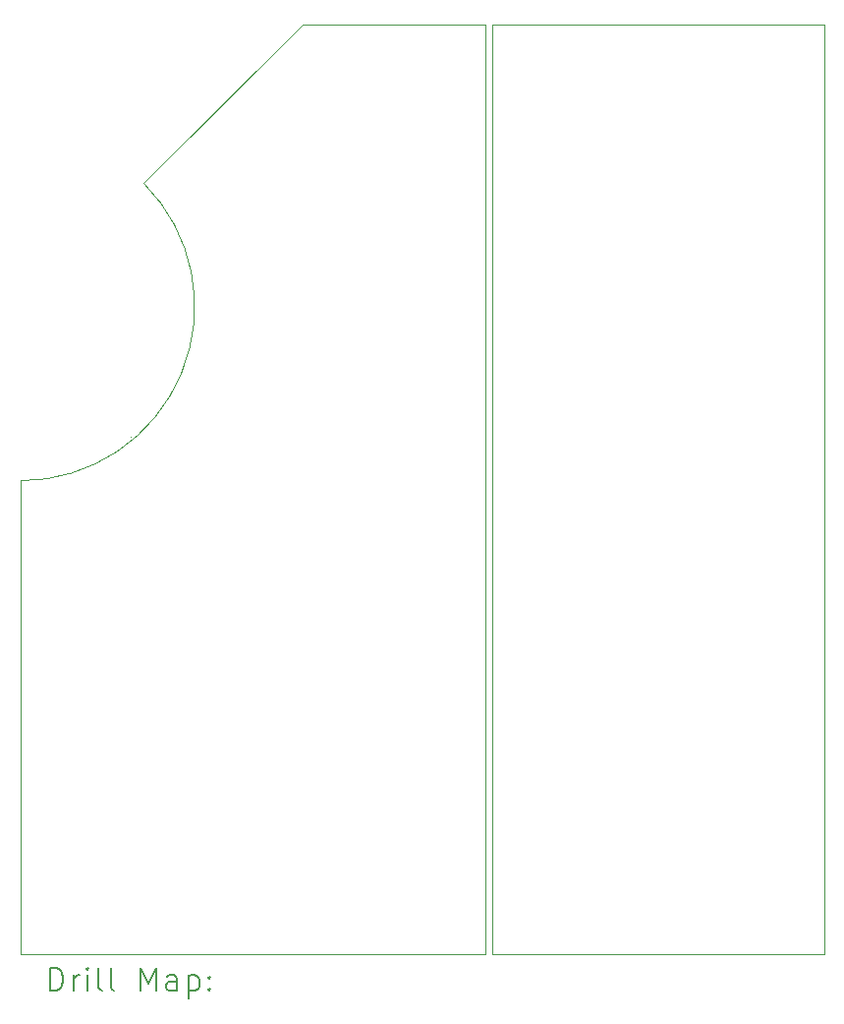
<source format=gbr>
%TF.GenerationSoftware,KiCad,Pcbnew,(6.0.7)*%
%TF.CreationDate,2022-08-10T21:00:46+08:00*%
%TF.ProjectId,TurnsCounter,5475726e-7343-46f7-956e-7465722e6b69,rev?*%
%TF.SameCoordinates,PX8d707f0PY7735940*%
%TF.FileFunction,Drillmap*%
%TF.FilePolarity,Positive*%
%FSLAX45Y45*%
G04 Gerber Fmt 4.5, Leading zero omitted, Abs format (unit mm)*
G04 Created by KiCad (PCBNEW (6.0.7)) date 2022-08-10 21:00:46*
%MOMM*%
%LPD*%
G01*
G04 APERTURE LIST*
%ADD10C,0.100000*%
%ADD11C,0.200000*%
G04 APERTURE END LIST*
D10*
X950000Y4450000D02*
G75*
G03*
X950000Y4450000I0J0D01*
G01*
X4000000Y8000000D02*
X2426000Y8000000D01*
X6921500Y0D02*
X6921500Y8001000D01*
X4000000Y0D02*
X4000000Y8000000D01*
X0Y0D02*
X0Y4074000D01*
X4064000Y0D02*
X6921500Y0D01*
X1060000Y6635000D02*
X2426000Y8000000D01*
X4064000Y8001000D02*
X4064000Y0D01*
X0Y0D02*
X4000000Y0D01*
X6921500Y8001000D02*
X4064000Y8001000D01*
X0Y4073999D02*
G75*
G03*
X1060000Y6635000I0J1499868D01*
G01*
D11*
X252619Y-315476D02*
X252619Y-115476D01*
X300238Y-115476D01*
X328810Y-125000D01*
X347857Y-144048D01*
X357381Y-163095D01*
X366905Y-201190D01*
X366905Y-229762D01*
X357381Y-267857D01*
X347857Y-286905D01*
X328810Y-305952D01*
X300238Y-315476D01*
X252619Y-315476D01*
X452619Y-315476D02*
X452619Y-182143D01*
X452619Y-220238D02*
X462143Y-201190D01*
X471667Y-191667D01*
X490714Y-182143D01*
X509762Y-182143D01*
X576429Y-315476D02*
X576429Y-182143D01*
X576429Y-115476D02*
X566905Y-125000D01*
X576429Y-134524D01*
X585952Y-125000D01*
X576429Y-115476D01*
X576429Y-134524D01*
X700238Y-315476D02*
X681190Y-305952D01*
X671667Y-286905D01*
X671667Y-115476D01*
X805000Y-315476D02*
X785952Y-305952D01*
X776428Y-286905D01*
X776428Y-115476D01*
X1033571Y-315476D02*
X1033571Y-115476D01*
X1100238Y-258333D01*
X1166905Y-115476D01*
X1166905Y-315476D01*
X1347857Y-315476D02*
X1347857Y-210714D01*
X1338333Y-191667D01*
X1319286Y-182143D01*
X1281190Y-182143D01*
X1262143Y-191667D01*
X1347857Y-305952D02*
X1328810Y-315476D01*
X1281190Y-315476D01*
X1262143Y-305952D01*
X1252619Y-286905D01*
X1252619Y-267857D01*
X1262143Y-248809D01*
X1281190Y-239286D01*
X1328810Y-239286D01*
X1347857Y-229762D01*
X1443095Y-182143D02*
X1443095Y-382143D01*
X1443095Y-191667D02*
X1462143Y-182143D01*
X1500238Y-182143D01*
X1519286Y-191667D01*
X1528809Y-201190D01*
X1538333Y-220238D01*
X1538333Y-277381D01*
X1528809Y-296429D01*
X1519286Y-305952D01*
X1500238Y-315476D01*
X1462143Y-315476D01*
X1443095Y-305952D01*
X1624048Y-296429D02*
X1633571Y-305952D01*
X1624048Y-315476D01*
X1614524Y-305952D01*
X1624048Y-296429D01*
X1624048Y-315476D01*
X1624048Y-191667D02*
X1633571Y-201190D01*
X1624048Y-210714D01*
X1614524Y-201190D01*
X1624048Y-191667D01*
X1624048Y-210714D01*
M02*

</source>
